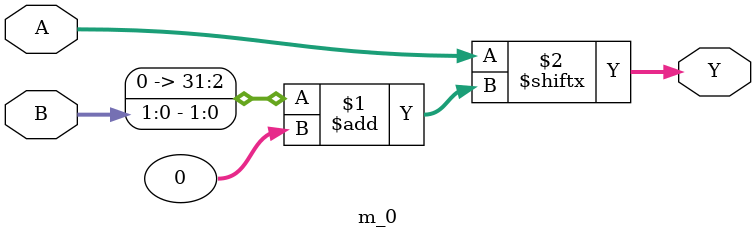
<source format=v>
/* Generated by Yosys 0.20 (git sha1 4fcb95ed087, clang  -fPIC -Os) */

(* dynports =  1  *)
(* src = "shiftx.v:1.1-22.10" *)
module m_0(A, B, Y);
  (* src = "shiftx.v:9.25-9.26" *)
  input [1:0] A;
  wire [1:0] A;
  (* src = "shiftx.v:10.25-10.26" *)
  input [1:0] B;
  wire [1:0] B;
  (* src = "shiftx.v:11.26-11.27" *)
  output [1:0] Y;
  wire [1:0] Y;
  wire [1:0] _1_ = A;
  assign Y = _1_[B +: 2];
endmodule

</source>
